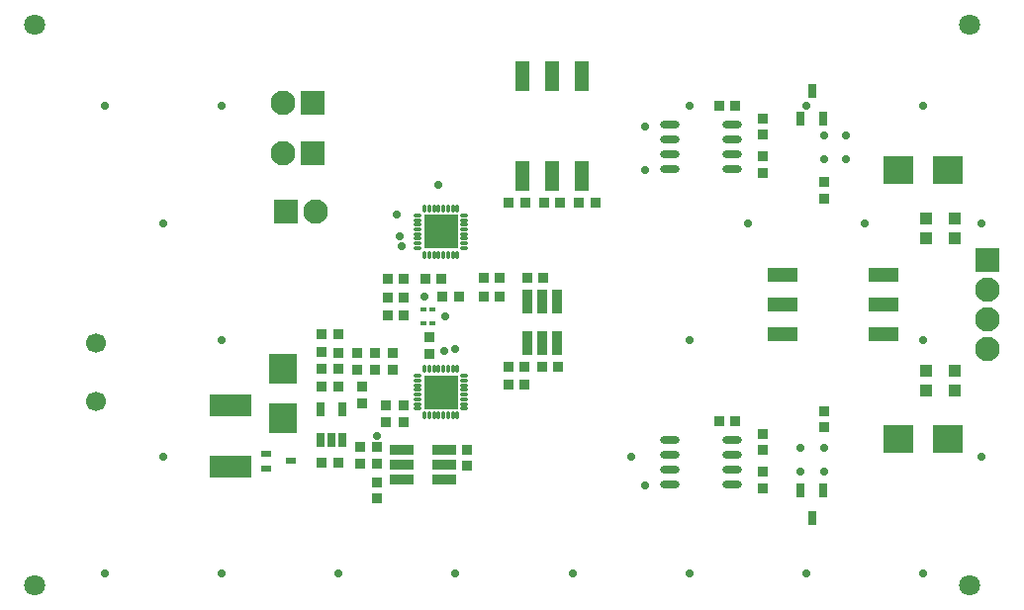
<source format=gts>
G04*
G04 #@! TF.GenerationSoftware,Altium Limited,Altium Designer,20.1.8 (145)*
G04*
G04 Layer_Color=8388736*
%FSTAX43Y43*%
%MOMM*%
G71*
G04*
G04 #@! TF.SameCoordinates,F5FA2015-3190-45B9-AB56-6F14DCCDFD5E*
G04*
G04*
G04 #@! TF.FilePolarity,Negative*
G04*
G01*
G75*
%ADD17R,0.950X0.950*%
%ADD18R,0.950X0.950*%
%ADD19R,1.230X2.540*%
%ADD20R,0.700X1.200*%
%ADD21R,1.100X1.000*%
%ADD22R,2.600X2.400*%
G04:AMPARAMS|DCode=23|XSize=1.65mm|YSize=0.7mm|CornerRadius=0.35mm|HoleSize=0mm|Usage=FLASHONLY|Rotation=0.000|XOffset=0mm|YOffset=0mm|HoleType=Round|Shape=RoundedRectangle|*
%AMROUNDEDRECTD23*
21,1,1.650,0.000,0,0,0.0*
21,1,0.950,0.700,0,0,0.0*
1,1,0.700,0.475,0.000*
1,1,0.700,-0.475,0.000*
1,1,0.700,-0.475,0.000*
1,1,0.700,0.475,0.000*
%
%ADD23ROUNDEDRECTD23*%
%ADD24R,3.600X1.880*%
%ADD25R,2.400X2.600*%
%ADD26R,0.900X0.600*%
%ADD27R,0.860X2.150*%
%ADD28R,3.000X3.000*%
%ADD29O,0.800X0.300*%
%ADD30O,0.300X0.800*%
%ADD31R,0.600X0.450*%
%ADD32R,2.150X0.860*%
%ADD33R,3.000X3.000*%
%ADD34R,2.540X1.230*%
%ADD35C,1.800*%
%ADD36C,1.700*%
%ADD37C,2.100*%
%ADD38R,2.100X2.100*%
%ADD39R,2.100X2.100*%
%ADD40C,0.700*%
%ADD41C,0.600*%
D17*
X008195Y006175D02*
D03*
X008055D02*
D03*
X009255Y0043D02*
D03*
X009395D02*
D03*
X009255Y007D02*
D03*
X009395D02*
D03*
X007755Y006175D02*
D03*
X007895D02*
D03*
X007455D02*
D03*
X007595D02*
D03*
X00761Y00553D02*
D03*
X00775D02*
D03*
X005995Y00505D02*
D03*
X005855D02*
D03*
Y0046D02*
D03*
X005995D02*
D03*
X005855Y00395D02*
D03*
X005995D02*
D03*
X00759Y00462D02*
D03*
X00745D02*
D03*
X00759Y00477D02*
D03*
X00745D02*
D03*
X00788Y00477D02*
D03*
X00774D02*
D03*
X00724Y00537D02*
D03*
X00738D02*
D03*
X00724Y00553D02*
D03*
X00738D02*
D03*
X00674Y00552D02*
D03*
X00688D02*
D03*
X00689Y00537D02*
D03*
X00703D02*
D03*
X0065575Y005205D02*
D03*
X0064175D02*
D03*
X0065575Y0053625D02*
D03*
X0064175D02*
D03*
X0065575Y00552D02*
D03*
X0064175D02*
D03*
D18*
X009625Y004195D02*
D03*
Y004055D02*
D03*
X01015Y00635D02*
D03*
Y00621D02*
D03*
Y00439D02*
D03*
Y00425D02*
D03*
X009625Y006895D02*
D03*
Y006755D02*
D03*
Y00373D02*
D03*
Y00387D02*
D03*
Y00643D02*
D03*
Y00657D02*
D03*
X006Y00475D02*
D03*
Y00489D02*
D03*
X0062Y004595D02*
D03*
Y004455D02*
D03*
X00585Y004755D02*
D03*
Y004895D02*
D03*
X00618Y00394D02*
D03*
Y00408D02*
D03*
X00646Y004745D02*
D03*
Y004885D02*
D03*
X00631Y004745D02*
D03*
Y004885D02*
D03*
X00616Y004745D02*
D03*
Y004885D02*
D03*
X00633Y00364D02*
D03*
Y00378D02*
D03*
X00633Y00394D02*
D03*
Y00408D02*
D03*
X0071Y00406D02*
D03*
Y00392D02*
D03*
X0064025Y0044375D02*
D03*
Y0042975D02*
D03*
X0065525Y0044375D02*
D03*
Y0042975D02*
D03*
X006775Y00502D02*
D03*
Y00488D02*
D03*
D19*
X008079Y0064D02*
D03*
X007825D02*
D03*
X007571D02*
D03*
Y00726D02*
D03*
X007825D02*
D03*
X008079D02*
D03*
D20*
X01005Y00713D02*
D03*
X010145Y00689D02*
D03*
X009955D02*
D03*
X01005Y00347D02*
D03*
X009955Y00371D02*
D03*
X010145D02*
D03*
X005845Y004145D02*
D03*
X00594D02*
D03*
X006035D02*
D03*
Y004405D02*
D03*
X005845D02*
D03*
D21*
X011275Y004565D02*
D03*
Y004735D02*
D03*
X011025Y004565D02*
D03*
Y004735D02*
D03*
X011275Y005865D02*
D03*
Y006035D02*
D03*
X011025Y005865D02*
D03*
Y006035D02*
D03*
D22*
X011215Y00645D02*
D03*
X010785D02*
D03*
Y00415D02*
D03*
X011215D02*
D03*
D23*
X00883Y0041405D02*
D03*
Y0040135D02*
D03*
Y0038865D02*
D03*
Y0037595D02*
D03*
X00937D02*
D03*
Y0038865D02*
D03*
Y0040135D02*
D03*
Y0041405D02*
D03*
X00883Y0068405D02*
D03*
Y0067135D02*
D03*
Y0065865D02*
D03*
Y0064595D02*
D03*
X00937D02*
D03*
Y0065865D02*
D03*
Y0067135D02*
D03*
Y0068405D02*
D03*
D24*
X005075Y004435D02*
D03*
Y003915D02*
D03*
D25*
X005525Y004755D02*
D03*
Y004325D02*
D03*
D26*
X00559Y00396D02*
D03*
X005375Y003895D02*
D03*
Y004025D02*
D03*
D27*
X007867Y00533D02*
D03*
X00774D02*
D03*
X007613D02*
D03*
X007867Y00497D02*
D03*
X00774D02*
D03*
X007613D02*
D03*
D28*
X006875Y005925D02*
D03*
D29*
X0066775Y005785D02*
D03*
Y005825D02*
D03*
Y005865D02*
D03*
Y005905D02*
D03*
Y005945D02*
D03*
Y005985D02*
D03*
Y006025D02*
D03*
Y006065D02*
D03*
X0070725D02*
D03*
Y006025D02*
D03*
Y005985D02*
D03*
Y005945D02*
D03*
Y005905D02*
D03*
Y005865D02*
D03*
Y005825D02*
D03*
Y005785D02*
D03*
X0066775Y00469D02*
D03*
Y00465D02*
D03*
Y00461D02*
D03*
Y00457D02*
D03*
Y00453D02*
D03*
Y00449D02*
D03*
Y00445D02*
D03*
Y00441D02*
D03*
X0070725D02*
D03*
Y00445D02*
D03*
Y00449D02*
D03*
Y00453D02*
D03*
Y00457D02*
D03*
Y00461D02*
D03*
Y00465D02*
D03*
Y00469D02*
D03*
D30*
X006735Y0061225D02*
D03*
X006775D02*
D03*
X006815D02*
D03*
X006855D02*
D03*
X006895D02*
D03*
X006935D02*
D03*
X006975D02*
D03*
X007015D02*
D03*
Y0057275D02*
D03*
X006975D02*
D03*
X006935D02*
D03*
X006895D02*
D03*
X006855D02*
D03*
X006815D02*
D03*
X006775D02*
D03*
X006735D02*
D03*
Y0043525D02*
D03*
X006775D02*
D03*
X006815D02*
D03*
X006855D02*
D03*
X006895D02*
D03*
X006935D02*
D03*
X006975D02*
D03*
X007015D02*
D03*
Y0047475D02*
D03*
X006975D02*
D03*
X006935D02*
D03*
X006895D02*
D03*
X006855D02*
D03*
X006815D02*
D03*
X006775D02*
D03*
X006735D02*
D03*
D31*
X006725Y00526D02*
D03*
Y00514D02*
D03*
X0068D02*
D03*
Y00526D02*
D03*
D32*
X0069Y003803D02*
D03*
Y00393D02*
D03*
Y004057D02*
D03*
X00654Y003803D02*
D03*
Y00393D02*
D03*
Y004057D02*
D03*
D33*
X006875Y00455D02*
D03*
D34*
X0098Y005554D02*
D03*
Y0053D02*
D03*
Y005046D02*
D03*
X01066D02*
D03*
Y0053D02*
D03*
Y005554D02*
D03*
D35*
X0034Y0077D02*
D03*
X0114D02*
D03*
Y0029D02*
D03*
X0034D02*
D03*
D36*
X003925Y004975D02*
D03*
Y004475D02*
D03*
D37*
X005521Y007025D02*
D03*
X01155Y004917D02*
D03*
Y005425D02*
D03*
Y005171D02*
D03*
X005523Y0066D02*
D03*
X0058Y0061D02*
D03*
D38*
X005775Y007025D02*
D03*
X005777Y0066D02*
D03*
X005546Y0061D02*
D03*
D39*
X01155Y005679D02*
D03*
D40*
X011Y007D02*
D03*
X0115Y006D02*
D03*
X011Y005D02*
D03*
X0115Y004D02*
D03*
X011Y003D02*
D03*
X01Y007D02*
D03*
X0105Y006D02*
D03*
X01Y003D02*
D03*
X009Y007D02*
D03*
X0095Y006D02*
D03*
X009Y005D02*
D03*
Y003D02*
D03*
X0085Y004D02*
D03*
X008Y003D02*
D03*
X007D02*
D03*
X006D02*
D03*
X005Y007D02*
D03*
Y005D02*
D03*
Y003D02*
D03*
X004Y007D02*
D03*
X0045Y006D02*
D03*
Y004D02*
D03*
X004Y003D02*
D03*
X00633Y004175D02*
D03*
X007Y00492D02*
D03*
X00654Y0058D02*
D03*
X00652Y00589D02*
D03*
X008625Y006825D02*
D03*
X0065Y006075D02*
D03*
X01015Y00407D02*
D03*
Y00387D02*
D03*
X01034Y00655D02*
D03*
Y00675D02*
D03*
X01015D02*
D03*
Y00655D02*
D03*
X00995Y00387D02*
D03*
Y00407D02*
D03*
X008625Y0064495D02*
D03*
X00685Y006325D02*
D03*
X008625Y00375D02*
D03*
X0069Y0049D02*
D03*
X00673Y00537D02*
D03*
X00691Y0052D02*
D03*
D41*
X006875Y00444D02*
D03*
X006765Y00466D02*
D03*
X006985Y005815D02*
D03*
Y006035D02*
D03*
Y00466D02*
D03*
X006875Y00455D02*
D03*
Y005925D02*
D03*
X006765Y00444D02*
D03*
Y006035D02*
D03*
Y005815D02*
D03*
X006985Y00444D02*
D03*
Y005925D02*
D03*
X006875Y006035D02*
D03*
Y00466D02*
D03*
X006765Y00455D02*
D03*
X006875Y005815D02*
D03*
X006765Y005925D02*
D03*
X006985Y00455D02*
D03*
M02*

</source>
